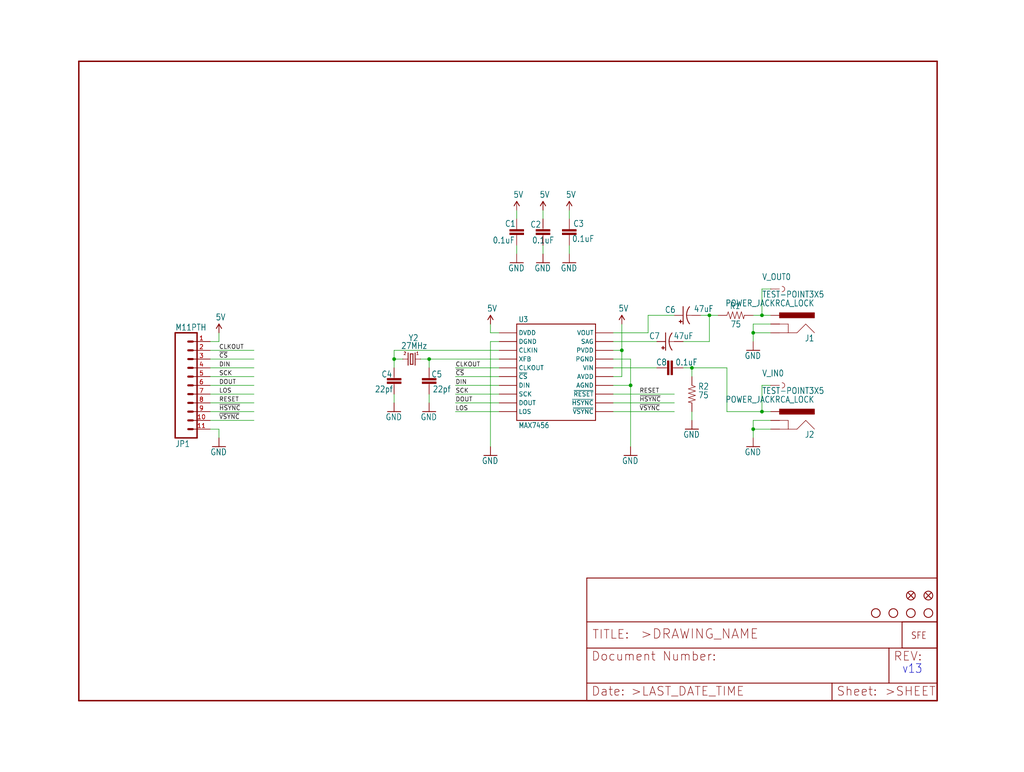
<source format=kicad_sch>
(kicad_sch (version 20211123) (generator eeschema)
  (paper "User" 297.002 223.926)
  (lib_symbols
    (symbol "eagleSchem-eagle-import:5V" (power)
      (property "Value" "5V" (at -1.016 3.556 0))
      (symbol "5V_1_0"
        (polyline (pts (xy 0 2.54) (xy -0.762 1.27)) (stroke (width 0.254)))
        (polyline (pts (xy 0.762 1.27) (xy 0 2.54)) (stroke (width 0.254)))
        (pin power_in line (at 0 0 90) (length 2.54) (name "5V") (number "1"))
      )
    )
    (symbol "eagleSchem-eagle-import:CAP0402"
      (property "Reference" "C" (at 1.524 2.921 0))
      (property "Value" "CAP0402" (at 1.524 -2.159 0))
      (symbol "CAP0402_1_0"
        (rectangle (start -2.032 0.508) (end 2.032 1.016) (fill (type outline)))
        (rectangle (start -2.032 1.524) (end 2.032 2.032) (fill (type outline)))
        (polyline (pts (xy 0 0) (xy 0 0.508)) (stroke (width 0.1524)))
        (polyline (pts (xy 0 2.54) (xy 0 2.032)) (stroke (width 0.1524)))
        (pin passive line (at 0 5.08 270) (length 2.54) (name "1") (number "1"))
        (pin passive line (at 0 -2.54 90) (length 2.54) (name "2") (number "2"))
      )
    )
    (symbol "eagleSchem-eagle-import:CAP_POL3528"
      (property "Reference" "C" (at 1.016 0.635 0))
      (property "Value" "CAP_POL3528" (at 1.016 -4.191 0))
      (symbol "CAP_POL3528_1_0"
        (rectangle (start -2.253 0.668) (end -1.364 0.795) (fill (type outline)))
        (rectangle (start -1.872 0.287) (end -1.745 1.176) (fill (type outline)))
        (arc (start 0 -1.0161) (mid -1.3021 -1.2302) (end -2.4669 -1.8504) (stroke (width 0.254)))
        (polyline (pts (xy -2.54 0) (xy 2.54 0)) (stroke (width 0.254)))
        (polyline (pts (xy 0 -1.016) (xy 0 -2.54)) (stroke (width 0.1524)))
        (arc (start 2.4892 -1.8542) (mid 1.3158 -1.2195) (end 0 -1) (stroke (width 0.254)))
        (pin passive line (at 0 2.54 270) (length 2.54) (name "+") (number "A"))
        (pin passive line (at 0 -5.08 90) (length 2.54) (name "-") (number "C"))
      )
    )
    (symbol "eagleSchem-eagle-import:CRYSTAL5X3"
      (property "Reference" "Q" (at 2.54 1.016 0))
      (property "Value" "CRYSTAL5X3" (at 2.54 -2.54 0))
      (symbol "CRYSTAL5X3_1_0"
        (polyline (pts (xy -2.54 0) (xy -1.016 0)) (stroke (width 0.1524)))
        (polyline (pts (xy -1.016 1.778) (xy -1.016 -1.778)) (stroke (width 0.254)))
        (polyline (pts (xy -0.381 -1.524) (xy 0.381 -1.524)) (stroke (width 0.254)))
        (polyline (pts (xy -0.381 1.524) (xy -0.381 -1.524)) (stroke (width 0.254)))
        (polyline (pts (xy 0.381 -1.524) (xy 0.381 1.524)) (stroke (width 0.254)))
        (polyline (pts (xy 0.381 1.524) (xy -0.381 1.524)) (stroke (width 0.254)))
        (polyline (pts (xy 1.016 0) (xy 2.54 0)) (stroke (width 0.1524)))
        (polyline (pts (xy 1.016 1.778) (xy 1.016 -1.778)) (stroke (width 0.254)))
        (text "1" (at -2.159 -1.143 0) (effects (font (size 0.8636 0.734)) (justify left bottom)))
        (text "2" (at 1.524 -1.143 0) (effects (font (size 0.8636 0.734)) (justify left bottom)))
        (pin passive line (at -2.54 0 0) (length 0) (name "1") (number "1"))
        (pin passive line (at 2.54 0 180) (length 0) (name "2") (number "3"))
      )
    )
    (symbol "eagleSchem-eagle-import:FIDUCIAL1X2"
      (symbol "FIDUCIAL1X2_1_0"
        (polyline (pts (xy -0.762 0.762) (xy 0.762 -0.762)) (stroke (width 0.254)))
        (polyline (pts (xy 0.762 0.762) (xy -0.762 -0.762)) (stroke (width 0.254)))
        (circle (center 0 0) (radius 1.27) (stroke (width 0.254)))
      )
    )
    (symbol "eagleSchem-eagle-import:FRAME-LETTER"
      (symbol "FRAME-LETTER_1_0"
        (polyline (pts (xy 0 0) (xy 248.92 0)) (stroke (width 0.4064)))
        (polyline (pts (xy 0 185.42) (xy 0 0)) (stroke (width 0.4064)))
        (polyline (pts (xy 0 185.42) (xy 248.92 185.42)) (stroke (width 0.4064)))
        (polyline (pts (xy 248.92 185.42) (xy 248.92 0)) (stroke (width 0.4064)))
      )
      (symbol "FRAME-LETTER_2_0"
        (polyline (pts (xy 0 0) (xy 0 5.08)) (stroke (width 0.254)))
        (polyline (pts (xy 0 0) (xy 71.12 0)) (stroke (width 0.254)))
        (polyline (pts (xy 0 5.08) (xy 0 15.24)) (stroke (width 0.254)))
        (polyline (pts (xy 0 5.08) (xy 71.12 5.08)) (stroke (width 0.254)))
        (polyline (pts (xy 0 15.24) (xy 0 22.86)) (stroke (width 0.254)))
        (polyline (pts (xy 0 22.86) (xy 0 35.56)) (stroke (width 0.254)))
        (polyline (pts (xy 0 22.86) (xy 101.6 22.86)) (stroke (width 0.254)))
        (polyline (pts (xy 71.12 0) (xy 101.6 0)) (stroke (width 0.254)))
        (polyline (pts (xy 71.12 5.08) (xy 71.12 0)) (stroke (width 0.254)))
        (polyline (pts (xy 71.12 5.08) (xy 87.63 5.08)) (stroke (width 0.254)))
        (polyline (pts (xy 87.63 5.08) (xy 101.6 5.08)) (stroke (width 0.254)))
        (polyline (pts (xy 87.63 15.24) (xy 0 15.24)) (stroke (width 0.254)))
        (polyline (pts (xy 87.63 15.24) (xy 87.63 5.08)) (stroke (width 0.254)))
        (polyline (pts (xy 101.6 5.08) (xy 101.6 0)) (stroke (width 0.254)))
        (polyline (pts (xy 101.6 15.24) (xy 87.63 15.24)) (stroke (width 0.254)))
        (polyline (pts (xy 101.6 15.24) (xy 101.6 5.08)) (stroke (width 0.254)))
        (polyline (pts (xy 101.6 22.86) (xy 101.6 15.24)) (stroke (width 0.254)))
        (polyline (pts (xy 101.6 35.56) (xy 0 35.56)) (stroke (width 0.254)))
        (polyline (pts (xy 101.6 35.56) (xy 101.6 22.86)) (stroke (width 0.254)))
        (text ">DRAWING_NAME" (at 15.494 17.78 0) (effects (font (size 2.7432 2.7432)) (justify left bottom)))
        (text ">LAST_DATE_TIME" (at 12.7 1.27 0) (effects (font (size 2.54 2.54)) (justify left bottom)))
        (text ">SHEET" (at 86.36 1.27 0) (effects (font (size 2.54 2.54)) (justify left bottom)))
        (text "Date:" (at 1.27 1.27 0) (effects (font (size 2.54 2.54)) (justify left bottom)))
        (text "Document Number:" (at 1.27 11.43 0) (effects (font (size 2.54 2.54)) (justify left bottom)))
        (text "REV:" (at 88.9 11.43 0) (effects (font (size 2.54 2.54)) (justify left bottom)))
        (text "Sheet:" (at 72.39 1.27 0) (effects (font (size 2.54 2.54)) (justify left bottom)))
        (text "TITLE:" (at 1.524 17.78 0) (effects (font (size 2.54 2.54)) (justify left bottom)))
      )
    )
    (symbol "eagleSchem-eagle-import:GND" (power)
      (property "Value" "GND" (at -2.54 -2.54 0))
      (symbol "GND_1_0"
        (polyline (pts (xy -1.905 0) (xy 1.905 0)) (stroke (width 0.254)))
        (pin power_in line (at 0 2.54 270) (length 2.54) (name "GND") (number "1"))
      )
    )
    (symbol "eagleSchem-eagle-import:LOGO-SFENEW"
      (symbol "LOGO-SFENEW_1_0"
        (polyline (pts (xy -2.54 -2.54) (xy 7.62 -2.54)) (stroke (width 0.254)))
        (polyline (pts (xy -2.54 5.08) (xy -2.54 -2.54)) (stroke (width 0.254)))
        (polyline (pts (xy 7.62 -2.54) (xy 7.62 5.08)) (stroke (width 0.254)))
        (polyline (pts (xy 7.62 5.08) (xy -2.54 5.08)) (stroke (width 0.254)))
        (text "SFE" (at 0 0 0) (effects (font (size 1.9304 1.6408)) (justify left bottom)))
      )
    )
    (symbol "eagleSchem-eagle-import:M11PTH"
      (property "Reference" "JP" (at 0 16.002 0))
      (property "Value" "M11PTH" (at 0 -17.78 0))
      (symbol "M11PTH_1_0"
        (polyline (pts (xy 0 15.24) (xy 0 -15.24)) (stroke (width 0.4064)))
        (polyline (pts (xy 0 15.24) (xy 6.35 15.24)) (stroke (width 0.4064)))
        (polyline (pts (xy 3.81 -12.7) (xy 5.08 -12.7)) (stroke (width 0.6096)))
        (polyline (pts (xy 3.81 -10.16) (xy 5.08 -10.16)) (stroke (width 0.6096)))
        (polyline (pts (xy 3.81 -7.62) (xy 5.08 -7.62)) (stroke (width 0.6096)))
        (polyline (pts (xy 3.81 -5.08) (xy 5.08 -5.08)) (stroke (width 0.6096)))
        (polyline (pts (xy 3.81 -2.54) (xy 5.08 -2.54)) (stroke (width 0.6096)))
        (polyline (pts (xy 3.81 0) (xy 5.08 0)) (stroke (width 0.6096)))
        (polyline (pts (xy 3.81 2.54) (xy 5.08 2.54)) (stroke (width 0.6096)))
        (polyline (pts (xy 3.81 5.08) (xy 5.08 5.08)) (stroke (width 0.6096)))
        (polyline (pts (xy 3.81 7.62) (xy 5.08 7.62)) (stroke (width 0.6096)))
        (polyline (pts (xy 3.81 10.16) (xy 5.08 10.16)) (stroke (width 0.6096)))
        (polyline (pts (xy 3.81 12.7) (xy 5.08 12.7)) (stroke (width 0.6096)))
        (polyline (pts (xy 6.35 -15.24) (xy 0 -15.24)) (stroke (width 0.4064)))
        (polyline (pts (xy 6.35 -15.24) (xy 6.35 15.24)) (stroke (width 0.4064)))
        (pin passive line (at 10.16 -12.7 180) (length 5.08) (name "1") (number "1"))
        (pin passive line (at 10.16 10.16 180) (length 5.08) (name "10") (number "10"))
        (pin passive line (at 10.16 12.7 180) (length 5.08) (name "11") (number "11"))
        (pin passive line (at 10.16 -10.16 180) (length 5.08) (name "2") (number "2"))
        (pin passive line (at 10.16 -7.62 180) (length 5.08) (name "3") (number "3"))
        (pin passive line (at 10.16 -5.08 180) (length 5.08) (name "4") (number "4"))
        (pin passive line (at 10.16 -2.54 180) (length 5.08) (name "5") (number "5"))
        (pin passive line (at 10.16 0 180) (length 5.08) (name "6") (number "6"))
        (pin passive line (at 10.16 2.54 180) (length 5.08) (name "7") (number "7"))
        (pin passive line (at 10.16 5.08 180) (length 5.08) (name "8") (number "8"))
        (pin passive line (at 10.16 7.62 180) (length 5.08) (name "9") (number "9"))
      )
    )
    (symbol "eagleSchem-eagle-import:MAX7456"
      (property "Value" "MAX7456" (at -9.652 -14.986 0))
      (symbol "MAX7456_1_0"
        (polyline (pts (xy -10.16 -12.7) (xy 12.7 -12.7)) (stroke (width 0.254)))
        (polyline (pts (xy -10.16 15.24) (xy -10.16 -12.7)) (stroke (width 0.254)))
        (polyline (pts (xy 12.7 -12.7) (xy 12.7 15.24)) (stroke (width 0.254)))
        (polyline (pts (xy 12.7 15.24) (xy -10.16 15.24)) (stroke (width 0.254)))
        (pin bidirectional line (at -15.24 -5.08 0) (length 5.08) (name "SCK") (number "10"))
        (pin bidirectional line (at -15.24 -7.62 0) (length 5.08) (name "DOUT") (number "11"))
        (pin bidirectional line (at -15.24 -10.16 0) (length 5.08) (name "LOS") (number "12"))
        (pin bidirectional line (at 17.78 -10.16 180) (length 5.08) (name "~{VSYNC}") (number "17"))
        (pin bidirectional line (at 17.78 -7.62 180) (length 5.08) (name "~{HSYNC}") (number "18"))
        (pin bidirectional line (at 17.78 -5.08 180) (length 5.08) (name "~{RESET}") (number "19"))
        (pin bidirectional line (at 17.78 -2.54 180) (length 5.08) (name "AGND") (number "20"))
        (pin bidirectional line (at 17.78 0 180) (length 5.08) (name "AVDD") (number "21"))
        (pin bidirectional line (at 17.78 2.54 180) (length 5.08) (name "VIN") (number "22"))
        (pin bidirectional line (at 17.78 5.08 180) (length 5.08) (name "PGND") (number "23"))
        (pin bidirectional line (at 17.78 7.62 180) (length 5.08) (name "PVDD") (number "24"))
        (pin bidirectional line (at 17.78 10.16 180) (length 5.08) (name "SAG") (number "25"))
        (pin bidirectional line (at 17.78 12.7 180) (length 5.08) (name "VOUT") (number "26"))
        (pin bidirectional line (at -15.24 12.7 0) (length 5.08) (name "DVDD") (number "3"))
        (pin bidirectional line (at -15.24 10.16 0) (length 5.08) (name "DGND") (number "4"))
        (pin bidirectional line (at -15.24 7.62 0) (length 5.08) (name "CLKIN") (number "5"))
        (pin bidirectional line (at -15.24 5.08 0) (length 5.08) (name "XFB") (number "6"))
        (pin bidirectional line (at -15.24 2.54 0) (length 5.08) (name "CLKOUT") (number "7"))
        (pin bidirectional line (at -15.24 0 0) (length 5.08) (name "~{CS}") (number "8"))
        (pin bidirectional line (at -15.24 -2.54 0) (length 5.08) (name "DIN") (number "9"))
      )
    )
    (symbol "eagleSchem-eagle-import:POWER_JACKRCA_LOCK"
      (property "Reference" "J" (at -10.16 0 0))
      (property "Value" "POWER_JACKRCA_LOCK" (at -10.16 10.16 0))
      (symbol "POWER_JACKRCA_LOCK_1_0"
        (rectangle (start -10.16 6.858) (end 0 8.382) (fill (type outline)))
        (polyline (pts (xy -10.16 2.54) (xy -7.62 5.08)) (stroke (width 0.1524)))
        (polyline (pts (xy -7.62 5.08) (xy -5.08 2.54)) (stroke (width 0.1524)))
        (polyline (pts (xy -5.08 2.54) (xy -2.54 2.54)) (stroke (width 0.1524)))
        (polyline (pts (xy -2.54 2.54) (xy -2.54 5.08)) (stroke (width 0.1524)))
        (polyline (pts (xy -2.54 2.54) (xy 0 2.54)) (stroke (width 0.1524)))
        (polyline (pts (xy -2.54 5.08) (xy 0 5.08)) (stroke (width 0.1524)))
        (pin bidirectional line (at 2.54 2.54 180) (length 2.54) (name "GND") (number "BARREL"))
        (pin bidirectional line (at 2.54 7.62 180) (length 2.54) (name "PWR") (number "BREAK"))
        (pin bidirectional line (at 2.54 5.08 180) (length 2.54) (name "GNDBREAK") (number "SPRING"))
      )
    )
    (symbol "eagleSchem-eagle-import:RESISTOR0402"
      (property "Reference" "R" (at -3.81 1.4986 0))
      (property "Value" "RESISTOR0402" (at -3.81 -3.302 0))
      (symbol "RESISTOR0402_1_0"
        (polyline (pts (xy -2.54 0) (xy -2.159 1.016)) (stroke (width 0.1524)))
        (polyline (pts (xy -2.159 1.016) (xy -1.524 -1.016)) (stroke (width 0.1524)))
        (polyline (pts (xy -1.524 -1.016) (xy -0.889 1.016)) (stroke (width 0.1524)))
        (polyline (pts (xy -0.889 1.016) (xy -0.254 -1.016)) (stroke (width 0.1524)))
        (polyline (pts (xy -0.254 -1.016) (xy 0.381 1.016)) (stroke (width 0.1524)))
        (polyline (pts (xy 0.381 1.016) (xy 1.016 -1.016)) (stroke (width 0.1524)))
        (polyline (pts (xy 1.016 -1.016) (xy 1.651 1.016)) (stroke (width 0.1524)))
        (polyline (pts (xy 1.651 1.016) (xy 2.286 -1.016)) (stroke (width 0.1524)))
        (polyline (pts (xy 2.286 -1.016) (xy 2.54 0)) (stroke (width 0.1524)))
        (pin passive line (at -5.08 0 0) (length 2.54) (name "1") (number "1"))
        (pin passive line (at 5.08 0 180) (length 2.54) (name "2") (number "2"))
      )
    )
    (symbol "eagleSchem-eagle-import:STAND-OFF"
      (symbol "STAND-OFF_1_0"
        (circle (center 0 0) (radius 1.27) (stroke (width 0.254)))
      )
    )
    (symbol "eagleSchem-eagle-import:TEST-POINT3X5"
      (property "Reference" "TP" (at -2.54 2.54 0))
      (property "Value" "TEST-POINT3X5" (at -2.54 -2.54 0))
      (symbol "TEST-POINT3X5_1_0"
        (polyline (pts (xy 2.54 0) (xy 0 0)) (stroke (width 0.1524)))
        (arc (start 3.302 -0.762) (mid 4.064 0) (end 3.302 0.762) (stroke (width 0.1524)))
        (pin bidirectional line (at 0 0 180) (length 0) (name "1") (number "P$1"))
      )
    )
  )
  (junction (at 182.88 111.76))
  (junction (at 124.46 104.14))
  (junction (at 218.44 96.52))
  (junction (at 205.74 91.44))
  (junction (at 220.98 119.38))
  (junction (at 218.44 124.46))
  (junction (at 200.66 106.68))
  (junction (at 220.98 91.44))
  (junction (at 180.34 101.6))
  (junction (at 114.3 104.14))
  (wire (pts (xy 144.78 114.3) (xy 132.08 114.3)))
  (wire (pts (xy 205.74 91.44) (xy 203.2 91.44)))
  (wire (pts (xy 114.3 104.14) (xy 114.3 106.68)))
  (wire (pts (xy 218.44 96.52) (xy 218.44 93.98)))
  (wire (pts (xy 60.96 114.3) (xy 73.66 114.3)))
  (wire (pts (xy 220.98 91.44) (xy 220.98 83.82)))
  (wire (pts (xy 200.66 106.68) (xy 210.82 106.68)))
  (wire (pts (xy 165.1 60.96) (xy 165.1 63.5)))
  (wire (pts (xy 144.78 119.38) (xy 132.08 119.38)))
  (wire (pts (xy 124.46 104.14) (xy 144.78 104.14)))
  (wire (pts (xy 144.78 106.68) (xy 132.08 106.68)))
  (wire (pts (xy 210.82 106.68) (xy 210.82 119.38)))
  (wire (pts (xy 177.8 101.6) (xy 180.34 101.6)))
  (wire (pts (xy 218.44 99.06) (xy 218.44 96.52)))
  (wire (pts (xy 144.78 101.6) (xy 114.3 101.6)))
  (wire (pts (xy 114.3 114.3) (xy 114.3 116.84)))
  (wire (pts (xy 223.52 121.92) (xy 218.44 121.92)))
  (wire (pts (xy 63.5 99.06) (xy 60.96 99.06)))
  (wire (pts (xy 116.84 104.14) (xy 114.3 104.14)))
  (wire (pts (xy 157.48 60.96) (xy 157.48 63.5)))
  (wire (pts (xy 220.98 111.76) (xy 223.52 111.76)))
  (wire (pts (xy 220.98 119.38) (xy 220.98 111.76)))
  (wire (pts (xy 180.34 101.6) (xy 180.34 109.22)))
  (wire (pts (xy 60.96 101.6) (xy 73.66 101.6)))
  (wire (pts (xy 223.52 91.44) (xy 220.98 91.44)))
  (wire (pts (xy 218.44 93.98) (xy 223.52 93.98)))
  (wire (pts (xy 60.96 111.76) (xy 73.66 111.76)))
  (wire (pts (xy 60.96 104.14) (xy 73.66 104.14)))
  (wire (pts (xy 60.96 106.68) (xy 73.66 106.68)))
  (wire (pts (xy 182.88 111.76) (xy 182.88 104.14)))
  (wire (pts (xy 124.46 106.68) (xy 124.46 104.14)))
  (wire (pts (xy 142.24 96.52) (xy 144.78 96.52)))
  (wire (pts (xy 187.96 96.52) (xy 187.96 91.44)))
  (wire (pts (xy 149.86 71.12) (xy 149.86 73.66)))
  (wire (pts (xy 223.52 124.46) (xy 218.44 124.46)))
  (wire (pts (xy 144.78 109.22) (xy 132.08 109.22)))
  (wire (pts (xy 142.24 99.06) (xy 142.24 129.54)))
  (wire (pts (xy 60.96 109.22) (xy 73.66 109.22)))
  (wire (pts (xy 144.78 116.84) (xy 132.08 116.84)))
  (wire (pts (xy 177.8 99.06) (xy 190.5 99.06)))
  (wire (pts (xy 182.88 129.54) (xy 182.88 111.76)))
  (wire (pts (xy 223.52 96.52) (xy 218.44 96.52)))
  (wire (pts (xy 182.88 104.14) (xy 177.8 104.14)))
  (wire (pts (xy 63.5 127) (xy 63.5 124.46)))
  (wire (pts (xy 220.98 91.44) (xy 218.44 91.44)))
  (wire (pts (xy 177.8 109.22) (xy 180.34 109.22)))
  (wire (pts (xy 124.46 114.3) (xy 124.46 116.84)))
  (wire (pts (xy 60.96 119.38) (xy 73.66 119.38)))
  (wire (pts (xy 208.28 91.44) (xy 205.74 91.44)))
  (wire (pts (xy 60.96 116.84) (xy 73.66 116.84)))
  (wire (pts (xy 218.44 124.46) (xy 218.44 127)))
  (wire (pts (xy 144.78 111.76) (xy 132.08 111.76)))
  (wire (pts (xy 144.78 99.06) (xy 142.24 99.06)))
  (wire (pts (xy 220.98 119.38) (xy 223.52 119.38)))
  (wire (pts (xy 121.92 104.14) (xy 124.46 104.14)))
  (wire (pts (xy 220.98 83.82) (xy 223.52 83.82)))
  (wire (pts (xy 177.8 111.76) (xy 182.88 111.76)))
  (wire (pts (xy 187.96 91.44) (xy 195.58 91.44)))
  (wire (pts (xy 149.86 60.96) (xy 149.86 63.5)))
  (wire (pts (xy 114.3 101.6) (xy 114.3 104.14)))
  (wire (pts (xy 177.8 96.52) (xy 187.96 96.52)))
  (wire (pts (xy 63.5 124.46) (xy 60.96 124.46)))
  (wire (pts (xy 198.12 106.68) (xy 200.66 106.68)))
  (wire (pts (xy 218.44 121.92) (xy 218.44 124.46)))
  (wire (pts (xy 198.12 99.06) (xy 205.74 99.06)))
  (wire (pts (xy 190.5 106.68) (xy 177.8 106.68)))
  (wire (pts (xy 177.8 114.3) (xy 195.58 114.3)))
  (wire (pts (xy 210.82 119.38) (xy 220.98 119.38)))
  (wire (pts (xy 200.66 109.22) (xy 200.66 106.68)))
  (wire (pts (xy 165.1 71.12) (xy 165.1 73.66)))
  (wire (pts (xy 205.74 99.06) (xy 205.74 91.44)))
  (wire (pts (xy 60.96 121.92) (xy 73.66 121.92)))
  (wire (pts (xy 157.48 71.12) (xy 157.48 73.66)))
  (wire (pts (xy 200.66 119.38) (xy 200.66 121.92)))
  (wire (pts (xy 180.34 93.98) (xy 180.34 101.6)))
  (wire (pts (xy 63.5 96.52) (xy 63.5 99.06)))
  (wire (pts (xy 177.8 116.84) (xy 195.58 116.84)))
  (wire (pts (xy 142.24 93.98) (xy 142.24 96.52)))
  (wire (pts (xy 177.8 119.38) (xy 195.58 119.38)))
  (text "v13" (at 261.62 195.58 180) (effects (font (size 2.54 2.159)) (justify left bottom)))
  (label "DOUT" (at 132.08 116.84 0) (effects (font (size 1.2446 1.2446))))
  (label "DOUT" (at 63.5 111.76 0) (effects (font (size 1.2446 1.2446))))
  (label "~{CS}" (at 132.08 109.22 0) (effects (font (size 1.2446 1.2446))))
  (label "DIN" (at 63.5 106.68 0) (effects (font (size 1.2446 1.2446))))
  (label "RESET" (at 185.42 114.3 0) (effects (font (size 1.2446 1.2446))))
  (label "~{VSYNC}" (at 185.42 119.38 0) (effects (font (size 1.2446 1.2446))))
  (label "~{HSYNC}" (at 185.42 116.84 0) (effects (font (size 1.2446 1.2446))))
  (label "SCK" (at 132.08 114.3 0) (effects (font (size 1.2446 1.2446))))
  (label "~{CS}" (at 63.5 104.14 0) (effects (font (size 1.2446 1.2446))))
  (label "LOS" (at 132.08 119.38 0) (effects (font (size 1.2446 1.2446))))
  (label "CLKOUT" (at 132.08 106.68 0) (effects (font (size 1.2446 1.2446))))
  (label "DIN" (at 132.08 111.76 0) (effects (font (size 1.2446 1.2446))))
  (label "CLKOUT" (at 63.5 101.6 0) (effects (font (size 1.2446 1.2446))))
  (label "~{VSYNC}" (at 63.5 121.92 0) (effects (font (size 1.2446 1.2446))))
  (label "LOS" (at 63.5 114.3 0) (effects (font (size 1.2446 1.2446))))
  (label "RESET" (at 63.5 116.84 0) (effects (font (size 1.2446 1.2446))))
  (label "~{HSYNC}" (at 63.5 119.38 0) (effects (font (size 1.2446 1.2446))))
  (label "SCK" (at 63.5 109.22 0) (effects (font (size 1.2446 1.2446))))
  (symbol (lib_id "eagleSchem-eagle-import:RESISTOR0402") (at 200.66 114.3 270) (unit 1)
    (property "Reference" "R2" (at 202.438 113.0554 90) (effects (font (size 1.778 1.5113)) (justify left bottom)))
    (property "Value" "75" (at 202.438 115.57 90) (effects (font (size 1.778 1.5113)) (justify left bottom)))
    (property "Footprint" "eagleSchem:C0402" (effects hide))
  )
  (symbol (lib_id "eagleSchem-eagle-import:CAP_POL3528") (at 193.04 99.06 90) (unit 1)
    (property "Reference" "C7" (at 188.214 98.425 90) (effects (font (size 1.778 1.5113)) (justify right top)))
    (property "Value" "47uF" (at 195.326 98.425 90) (effects (font (size 1.778 1.5113)) (justify right top)))
    (property "Footprint" "eagleSchem:EIA3528" (effects hide))
  )
  (symbol (lib_id "eagleSchem-eagle-import:5V") (at 63.5 96.52 0) (unit 1)
    (property "Reference" "#U$1" (effects hide))
    (property "Value" "5V" (at 62.484 92.964 0) (effects (font (size 1.778 1.5113)) (justify left bottom)))
    (property "Footprint" "eagleSchem:" (effects hide))
  )
  (symbol (lib_id "eagleSchem-eagle-import:CAP0402") (at 124.46 109.22 180) (unit 1)
    (property "Reference" "C5" (at 128.27 107.569 0) (effects (font (size 1.778 1.5113)) (justify left bottom)))
    (property "Value" "22pf" (at 130.81 111.887 0) (effects (font (size 1.778 1.5113)) (justify left bottom)))
    (property "Footprint" "eagleSchem:C0402" (effects hide))
  )
  (symbol (lib_id "eagleSchem-eagle-import:GND") (at 165.1 76.2 0) (unit 1)
    (property "Reference" "#GND13" (effects hide))
    (property "Value" "GND" (at 162.56 78.74 0) (effects (font (size 1.778 1.5113)) (justify left bottom)))
    (property "Footprint" "eagleSchem:" (effects hide))
  )
  (symbol (lib_id "eagleSchem-eagle-import:GND") (at 218.44 101.6 0) (unit 1)
    (property "Reference" "#GND14" (effects hide))
    (property "Value" "GND" (at 215.9 104.14 0) (effects (font (size 1.778 1.5113)) (justify left bottom)))
    (property "Footprint" "eagleSchem:" (effects hide))
  )
  (symbol (lib_id "eagleSchem-eagle-import:GND") (at 200.66 124.46 0) (unit 1)
    (property "Reference" "#GND16" (effects hide))
    (property "Value" "GND" (at 198.12 127 0) (effects (font (size 1.778 1.5113)) (justify left bottom)))
    (property "Footprint" "eagleSchem:" (effects hide))
  )
  (symbol (lib_id "eagleSchem-eagle-import:M11PTH") (at 50.8 111.76 0) (mirror x) (unit 1)
    (property "Reference" "JP1" (at 50.8 127.762 0) (effects (font (size 1.778 1.5113)) (justify left bottom)))
    (property "Value" "M11PTH" (at 50.8 93.98 0) (effects (font (size 1.778 1.5113)) (justify left bottom)))
    (property "Footprint" "eagleSchem:1X11" (effects hide))
  )
  (symbol (lib_id "eagleSchem-eagle-import:GND") (at 149.86 76.2 0) (unit 1)
    (property "Reference" "#GND11" (effects hide))
    (property "Value" "GND" (at 147.32 78.74 0) (effects (font (size 1.778 1.5113)) (justify left bottom)))
    (property "Footprint" "eagleSchem:" (effects hide))
  )
  (symbol (lib_id "eagleSchem-eagle-import:CAP0402") (at 193.04 106.68 270) (unit 1)
    (property "Reference" "C8" (at 190.246 106.045 90) (effects (font (size 1.778 1.5113)) (justify left bottom)))
    (property "Value" "0.1uF" (at 195.834 106.045 90) (effects (font (size 1.778 1.5113)) (justify left bottom)))
    (property "Footprint" "eagleSchem:C0402" (effects hide))
  )
  (symbol (lib_id "eagleSchem-eagle-import:FRAME-LETTER") (at 170.18 203.2 0) (unit 2)
    (property "Reference" "#FRAME1" (effects hide))
    (property "Value" "FRAME-LETTER" (effects hide))
    (property "Footprint" "eagleSchem:" (effects hide))
  )
  (symbol (lib_id "eagleSchem-eagle-import:STAND-OFF") (at 259.08 177.8 0) (unit 1)
    (property "Reference" "U$13" (effects hide))
    (property "Value" "STAND-OFF" (effects hide))
    (property "Footprint" "eagleSchem:STAND-OFF" (effects hide))
  )
  (symbol (lib_id "eagleSchem-eagle-import:GND") (at 114.3 119.38 0) (unit 1)
    (property "Reference" "#GND6" (effects hide))
    (property "Value" "GND" (at 111.76 121.92 0) (effects (font (size 1.778 1.5113)) (justify left bottom)))
    (property "Footprint" "eagleSchem:" (effects hide))
  )
  (symbol (lib_id "eagleSchem-eagle-import:STAND-OFF") (at 264.16 177.8 0) (unit 1)
    (property "Reference" "U$12" (effects hide))
    (property "Value" "STAND-OFF" (effects hide))
    (property "Footprint" "eagleSchem:STAND-OFF" (effects hide))
  )
  (symbol (lib_id "eagleSchem-eagle-import:POWER_JACKRCA_LOCK") (at 226.06 99.06 0) (mirror y) (unit 1)
    (property "Reference" "J1" (at 236.22 99.06 0) (effects (font (size 1.778 1.5113)) (justify left bottom)))
    (property "Value" "POWER_JACKRCA_LOCK" (at 236.22 88.9 0) (effects (font (size 1.778 1.5113)) (justify left bottom)))
    (property "Footprint" "eagleSchem:RCA_LOCK" (effects hide))
  )
  (symbol (lib_id "eagleSchem-eagle-import:5V") (at 149.86 60.96 0) (unit 1)
    (property "Reference" "#U$5" (effects hide))
    (property "Value" "5V" (at 148.844 57.404 0) (effects (font (size 1.778 1.5113)) (justify left bottom)))
    (property "Footprint" "eagleSchem:" (effects hide))
  )
  (symbol (lib_id "eagleSchem-eagle-import:CRYSTAL5X3") (at 119.38 104.14 180) (unit 1)
    (property "Reference" "Y2" (at 121.412 97.028 0) (effects (font (size 1.778 1.5113)) (justify left bottom)))
    (property "Value" "27MHz" (at 123.952 99.314 0) (effects (font (size 1.778 1.5113)) (justify left bottom)))
    (property "Footprint" "eagleSchem:CRYSTAL-SMD-5X3" (effects hide))
  )
  (symbol (lib_id "eagleSchem-eagle-import:LOGO-SFENEW") (at 264.16 185.42 0) (unit 1)
    (property "Reference" "U$8" (effects hide))
    (property "Value" "LOGO-SFENEW" (effects hide))
    (property "Footprint" "eagleSchem:SFE-NEW-WEBLOGO" (effects hide))
  )
  (symbol (lib_id "eagleSchem-eagle-import:CAP0402") (at 149.86 66.04 180) (unit 1)
    (property "Reference" "C1" (at 149.606 63.881 0) (effects (font (size 1.778 1.5113)) (justify left bottom)))
    (property "Value" "0.1uF" (at 149.352 68.707 0) (effects (font (size 1.778 1.5113)) (justify left bottom)))
    (property "Footprint" "eagleSchem:C0402" (effects hide))
  )
  (symbol (lib_id "eagleSchem-eagle-import:5V") (at 165.1 60.96 0) (unit 1)
    (property "Reference" "#U$11" (effects hide))
    (property "Value" "5V" (at 164.084 57.404 0) (effects (font (size 1.778 1.5113)) (justify left bottom)))
    (property "Footprint" "eagleSchem:" (effects hide))
  )
  (symbol (lib_id "eagleSchem-eagle-import:GND") (at 63.5 129.54 0) (unit 1)
    (property "Reference" "#GND1" (effects hide))
    (property "Value" "GND" (at 60.96 132.08 0) (effects (font (size 1.778 1.5113)) (justify left bottom)))
    (property "Footprint" "eagleSchem:" (effects hide))
  )
  (symbol (lib_id "eagleSchem-eagle-import:TEST-POINT3X5") (at 223.52 111.76 0) (unit 1)
    (property "Reference" "V_IN0" (at 220.98 109.22 0) (effects (font (size 1.778 1.5113)) (justify left bottom)))
    (property "Value" "TEST-POINT3X5" (at 220.98 114.3 0) (effects (font (size 1.778 1.5113)) (justify left bottom)))
    (property "Footprint" "eagleSchem:PAD.03X.05" (effects hide))
  )
  (symbol (lib_id "eagleSchem-eagle-import:5V") (at 157.48 60.96 0) (unit 1)
    (property "Reference" "#U$7" (effects hide))
    (property "Value" "5V" (at 156.464 57.404 0) (effects (font (size 1.778 1.5113)) (justify left bottom)))
    (property "Footprint" "eagleSchem:" (effects hide))
  )
  (symbol (lib_id "eagleSchem-eagle-import:STAND-OFF") (at 269.24 177.8 0) (unit 1)
    (property "Reference" "U$2" (effects hide))
    (property "Value" "STAND-OFF" (effects hide))
    (property "Footprint" "eagleSchem:STAND-OFF" (effects hide))
  )
  (symbol (lib_id "eagleSchem-eagle-import:CAP0402") (at 157.48 66.04 180) (unit 1)
    (property "Reference" "C2" (at 156.972 64.135 0) (effects (font (size 1.778 1.5113)) (justify left bottom)))
    (property "Value" "0.1uF" (at 160.782 68.707 0) (effects (font (size 1.778 1.5113)) (justify left bottom)))
    (property "Footprint" "eagleSchem:C0402" (effects hide))
  )
  (symbol (lib_id "eagleSchem-eagle-import:GND") (at 182.88 132.08 0) (unit 1)
    (property "Reference" "#GND10" (effects hide))
    (property "Value" "GND" (at 180.34 134.62 0) (effects (font (size 1.778 1.5113)) (justify left bottom)))
    (property "Footprint" "eagleSchem:" (effects hide))
  )
  (symbol (lib_id "eagleSchem-eagle-import:RESISTOR0402") (at 213.36 91.44 0) (unit 1)
    (property "Reference" "R1" (at 211.582 89.6874 0) (effects (font (size 1.778 1.5113)) (justify left bottom)))
    (property "Value" "75" (at 211.836 94.996 0) (effects (font (size 1.778 1.5113)) (justify left bottom)))
    (property "Footprint" "eagleSchem:C0402" (effects hide))
  )
  (symbol (lib_id "eagleSchem-eagle-import:GND") (at 157.48 76.2 0) (unit 1)
    (property "Reference" "#GND12" (effects hide))
    (property "Value" "GND" (at 154.94 78.74 0) (effects (font (size 1.778 1.5113)) (justify left bottom)))
    (property "Footprint" "eagleSchem:" (effects hide))
  )
  (symbol (lib_id "eagleSchem-eagle-import:CAP0402") (at 114.3 109.22 180) (unit 1)
    (property "Reference" "C4" (at 113.792 107.569 0) (effects (font (size 1.778 1.5113)) (justify left bottom)))
    (property "Value" "22pf" (at 114.046 111.887 0) (effects (font (size 1.778 1.5113)) (justify left bottom)))
    (property "Footprint" "eagleSchem:C0402" (effects hide))
  )
  (symbol (lib_id "eagleSchem-eagle-import:GND") (at 142.24 132.08 0) (unit 1)
    (property "Reference" "#GND9" (effects hide))
    (property "Value" "GND" (at 139.7 134.62 0) (effects (font (size 1.778 1.5113)) (justify left bottom)))
    (property "Footprint" "eagleSchem:" (effects hide))
  )
  (symbol (lib_id "eagleSchem-eagle-import:GND") (at 218.44 129.54 0) (unit 1)
    (property "Reference" "#GND15" (effects hide))
    (property "Value" "GND" (at 215.9 132.08 0) (effects (font (size 1.778 1.5113)) (justify left bottom)))
    (property "Footprint" "eagleSchem:" (effects hide))
  )
  (symbol (lib_id "eagleSchem-eagle-import:FRAME-LETTER") (at 22.86 203.2 0) (unit 1)
    (property "Reference" "#FRAME1" (effects hide))
    (property "Value" "FRAME-LETTER" (effects hide))
    (property "Footprint" "eagleSchem:" (effects hide))
  )
  (symbol (lib_id "eagleSchem-eagle-import:TEST-POINT3X5") (at 223.52 83.82 0) (unit 1)
    (property "Reference" "V_OUT0" (at 220.98 81.28 0) (effects (font (size 1.778 1.5113)) (justify left bottom)))
    (property "Value" "TEST-POINT3X5" (at 220.98 86.36 0) (effects (font (size 1.778 1.5113)) (justify left bottom)))
    (property "Footprint" "eagleSchem:PAD.03X.05" (effects hide))
  )
  (symbol (lib_id "eagleSchem-eagle-import:STAND-OFF") (at 254 177.8 0) (unit 1)
    (property "Reference" "U$14" (effects hide))
    (property "Value" "STAND-OFF" (effects hide))
    (property "Footprint" "eagleSchem:STAND-OFF" (effects hide))
  )
  (symbol (lib_id "eagleSchem-eagle-import:POWER_JACKRCA_LOCK") (at 226.06 127 0) (mirror y) (unit 1)
    (property "Reference" "J2" (at 236.22 127 0) (effects (font (size 1.778 1.5113)) (justify left bottom)))
    (property "Value" "POWER_JACKRCA_LOCK" (at 236.22 116.84 0) (effects (font (size 1.778 1.5113)) (justify left bottom)))
    (property "Footprint" "eagleSchem:RCA_LOCK" (effects hide))
  )
  (symbol (lib_id "eagleSchem-eagle-import:5V") (at 142.24 93.98 0) (unit 1)
    (property "Reference" "#U$3" (effects hide))
    (property "Value" "5V" (at 141.224 90.424 0) (effects (font (size 1.778 1.5113)) (justify left bottom)))
    (property "Footprint" "eagleSchem:" (effects hide))
  )
  (symbol (lib_id "eagleSchem-eagle-import:CAP0402") (at 165.1 66.04 180) (unit 1)
    (property "Reference" "C3" (at 169.418 63.881 0) (effects (font (size 1.778 1.5113)) (justify left bottom)))
    (property "Value" "0.1uF" (at 165.862 70.231 0) (effects (font (size 1.778 1.5113)) (justify right top)))
    (property "Footprint" "eagleSchem:C0402" (effects hide))
  )
  (symbol (lib_id "eagleSchem-eagle-import:CAP_POL3528") (at 198.12 91.44 90) (unit 1)
    (property "Reference" "C6" (at 192.786 90.805 90) (effects (font (size 1.778 1.5113)) (justify right top)))
    (property "Value" "47uF" (at 201.168 90.551 90) (effects (font (size 1.778 1.5113)) (justify right top)))
    (property "Footprint" "eagleSchem:EIA3528" (effects hide))
  )
  (symbol (lib_id "eagleSchem-eagle-import:5V") (at 180.34 93.98 0) (unit 1)
    (property "Reference" "#U$4" (effects hide))
    (property "Value" "5V" (at 179.324 90.424 0) (effects (font (size 1.778 1.5113)) (justify left bottom)))
    (property "Footprint" "eagleSchem:" (effects hide))
  )
  (symbol (lib_id "eagleSchem-eagle-import:FIDUCIAL1X2") (at 264.16 172.72 0) (unit 1)
    (property "Reference" "U$9" (effects hide))
    (property "Value" "FIDUCIAL1X2" (effects hide))
    (property "Footprint" "eagleSchem:FIDUCIAL-1X2" (effects hide))
  )
  (symbol (lib_id "eagleSchem-eagle-import:MAX7456") (at 160.02 109.22 0) (unit 1)
    (property "Reference" "U3" (at 150.368 93.472 0) (effects (font (size 1.524 1.2954)) (justify left bottom)))
    (property "Value" "MAX7456" (at 150.368 124.206 0) (effects (font (size 1.524 1.2954)) (justify left bottom)))
    (property "Footprint" "eagleSchem:TSSOP28" (effects hide))
  )
  (symbol (lib_id "eagleSchem-eagle-import:GND") (at 124.46 119.38 0) (unit 1)
    (property "Reference" "#GND8" (effects hide))
    (property "Value" "GND" (at 121.92 121.92 0) (effects (font (size 1.778 1.5113)) (justify left bottom)))
    (property "Footprint" "eagleSchem:" (effects hide))
  )
  (symbol (lib_id "eagleSchem-eagle-import:FIDUCIAL1X2") (at 269.24 172.72 0) (unit 1)
    (property "Reference" "U$10" (effects hide))
    (property "Value" "FIDUCIAL1X2" (effects hide))
    (property "Footprint" "eagleSchem:FIDUCIAL-1X2" (effects hide))
  )
)
</source>
